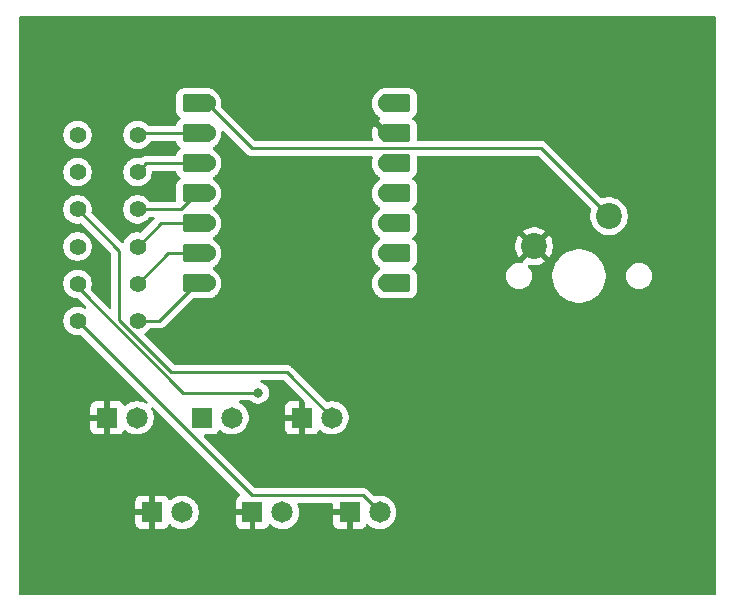
<source format=gbr>
%TF.GenerationSoftware,KiCad,Pcbnew,9.0.3*%
%TF.CreationDate,2025-07-29T19:30:13-04:00*%
%TF.ProjectId,Pathfinder,50617468-6669-46e6-9465-722e6b696361,rev?*%
%TF.SameCoordinates,Original*%
%TF.FileFunction,Copper,L1,Top*%
%TF.FilePolarity,Positive*%
%FSLAX46Y46*%
G04 Gerber Fmt 4.6, Leading zero omitted, Abs format (unit mm)*
G04 Created by KiCad (PCBNEW 9.0.3) date 2025-07-29 19:30:13*
%MOMM*%
%LPD*%
G01*
G04 APERTURE LIST*
G04 Aperture macros list*
%AMRoundRect*
0 Rectangle with rounded corners*
0 $1 Rounding radius*
0 $2 $3 $4 $5 $6 $7 $8 $9 X,Y pos of 4 corners*
0 Add a 4 corners polygon primitive as box body*
4,1,4,$2,$3,$4,$5,$6,$7,$8,$9,$2,$3,0*
0 Add four circle primitives for the rounded corners*
1,1,$1+$1,$2,$3*
1,1,$1+$1,$4,$5*
1,1,$1+$1,$6,$7*
1,1,$1+$1,$8,$9*
0 Add four rect primitives between the rounded corners*
20,1,$1+$1,$2,$3,$4,$5,0*
20,1,$1+$1,$4,$5,$6,$7,0*
20,1,$1+$1,$6,$7,$8,$9,0*
20,1,$1+$1,$8,$9,$2,$3,0*%
G04 Aperture macros list end*
%TA.AperFunction,ComponentPad*%
%ADD10C,1.400000*%
%TD*%
%TA.AperFunction,SMDPad,CuDef*%
%ADD11RoundRect,0.152400X1.063600X0.609600X-1.063600X0.609600X-1.063600X-0.609600X1.063600X-0.609600X0*%
%TD*%
%TA.AperFunction,ComponentPad*%
%ADD12C,1.524000*%
%TD*%
%TA.AperFunction,SMDPad,CuDef*%
%ADD13RoundRect,0.152400X-1.063600X-0.609600X1.063600X-0.609600X1.063600X0.609600X-1.063600X0.609600X0*%
%TD*%
%TA.AperFunction,ComponentPad*%
%ADD14R,1.815000X1.815000*%
%TD*%
%TA.AperFunction,ComponentPad*%
%ADD15C,1.815000*%
%TD*%
%TA.AperFunction,ComponentPad*%
%ADD16C,2.200000*%
%TD*%
%TA.AperFunction,ViaPad*%
%ADD17C,0.800000*%
%TD*%
%TA.AperFunction,Conductor*%
%ADD18C,0.250000*%
%TD*%
G04 APERTURE END LIST*
D10*
%TO.P,R1,1*%
%TO.N,Net-(D1-A)*%
X151960000Y-80050000D03*
%TO.P,R1,2*%
%TO.N,LED1*%
X157040000Y-80050000D03*
%TD*%
D11*
%TO.P,U1,1,GPIO26/ADC0/A0*%
%TO.N,BUTTON*%
X162045000Y-77380000D03*
D12*
X162880000Y-77380000D03*
D11*
%TO.P,U1,2,GPIO27/ADC1/A1*%
%TO.N,LED1*%
X162045000Y-79920000D03*
D12*
X162880000Y-79920000D03*
D11*
%TO.P,U1,3,GPIO28/ADC2/A2*%
%TO.N,LED2*%
X162045000Y-82460000D03*
D12*
X162880000Y-82460000D03*
D11*
%TO.P,U1,4,GPIO29/ADC3/A3*%
%TO.N,LED3*%
X162045000Y-85000000D03*
D12*
X162880000Y-85000000D03*
D11*
%TO.P,U1,5,GPIO6/SDA*%
%TO.N,LED4*%
X162045000Y-87540000D03*
D12*
X162880000Y-87540000D03*
D11*
%TO.P,U1,6,GPIO7/SCL*%
%TO.N,LED5*%
X162045000Y-90080000D03*
D12*
X162880000Y-90080000D03*
D11*
%TO.P,U1,7,GPIO0/TX*%
%TO.N,LED6*%
X162045000Y-92620000D03*
D12*
X162880000Y-92620000D03*
%TO.P,U1,8,GPIO1/RX*%
%TO.N,unconnected-(U1-GPIO1{slash}RX-Pad8)*%
X178120000Y-92620000D03*
D13*
%TO.N,unconnected-(U1-GPIO1{slash}RX-Pad8)_1*%
X178955000Y-92620000D03*
D12*
%TO.P,U1,9,GPIO2/SCK*%
%TO.N,unconnected-(U1-GPIO2{slash}SCK-Pad9)_1*%
X178120000Y-90080000D03*
D13*
%TO.N,unconnected-(U1-GPIO2{slash}SCK-Pad9)*%
X178955000Y-90080000D03*
D12*
%TO.P,U1,10,GPIO4/MISO*%
%TO.N,unconnected-(U1-GPIO4{slash}MISO-Pad10)*%
X178120000Y-87540000D03*
D13*
%TO.N,unconnected-(U1-GPIO4{slash}MISO-Pad10)_1*%
X178955000Y-87540000D03*
D12*
%TO.P,U1,11,GPIO3/MOSI*%
%TO.N,unconnected-(U1-GPIO3{slash}MOSI-Pad11)_1*%
X178120000Y-85000000D03*
D13*
%TO.N,unconnected-(U1-GPIO3{slash}MOSI-Pad11)*%
X178955000Y-85000000D03*
D12*
%TO.P,U1,12,3V3*%
%TO.N,unconnected-(U1-3V3-Pad12)*%
X178120000Y-82460000D03*
D13*
%TO.N,unconnected-(U1-3V3-Pad12)_1*%
X178955000Y-82460000D03*
D12*
%TO.P,U1,13,GND*%
%TO.N,GND*%
X178120000Y-79920000D03*
D13*
X178955000Y-79920000D03*
D12*
%TO.P,U1,14,VBUS*%
%TO.N,unconnected-(U1-VBUS-Pad14)*%
X178120000Y-77380000D03*
D13*
%TO.N,unconnected-(U1-VBUS-Pad14)_1*%
X178955000Y-77380000D03*
%TD*%
D14*
%TO.P,D2,1,K*%
%TO.N,GND*%
X162500000Y-104000000D03*
D15*
%TO.P,D2,2,A*%
%TO.N,Net-(D2-A)*%
X165040000Y-104000000D03*
%TD*%
D10*
%TO.P,R6,1*%
%TO.N,Net-(D6-A)*%
X151960000Y-95800000D03*
%TO.P,R6,2*%
%TO.N,LED6*%
X157040000Y-95800000D03*
%TD*%
%TO.P,R3,1*%
%TO.N,Net-(D3-A)*%
X151960000Y-86350000D03*
%TO.P,R3,2*%
%TO.N,LED3*%
X157040000Y-86350000D03*
%TD*%
D16*
%TO.P,SW1,1,1*%
%TO.N,BUTTON*%
X196960000Y-86920000D03*
%TO.P,SW1,2,2*%
%TO.N,GND*%
X190610000Y-89460000D03*
%TD*%
D14*
%TO.P,D1,1,K*%
%TO.N,GND*%
X154460000Y-104000000D03*
D15*
%TO.P,D1,2,A*%
%TO.N,Net-(D1-A)*%
X157000000Y-104000000D03*
%TD*%
D14*
%TO.P,D3,1,K*%
%TO.N,GND*%
X170960000Y-104000000D03*
D15*
%TO.P,D3,2,A*%
%TO.N,Net-(D3-A)*%
X173500000Y-104000000D03*
%TD*%
D14*
%TO.P,D6,1,K*%
%TO.N,GND*%
X175000000Y-112000000D03*
D15*
%TO.P,D6,2,A*%
%TO.N,Net-(D6-A)*%
X177540000Y-112000000D03*
%TD*%
D14*
%TO.P,D4,1,K*%
%TO.N,GND*%
X158270000Y-112000000D03*
D15*
%TO.P,D4,2,A*%
%TO.N,Net-(D4-A)*%
X160810000Y-112000000D03*
%TD*%
D10*
%TO.P,R5,1*%
%TO.N,Net-(D5-A)*%
X151960000Y-92650000D03*
%TO.P,R5,2*%
%TO.N,LED5*%
X157040000Y-92650000D03*
%TD*%
D14*
%TO.P,D5,1,K*%
%TO.N,GND*%
X166770000Y-112000000D03*
D15*
%TO.P,D5,2,A*%
%TO.N,Net-(D5-A)*%
X169310000Y-112000000D03*
%TD*%
D10*
%TO.P,R2,1*%
%TO.N,Net-(D2-A)*%
X151960000Y-83200000D03*
%TO.P,R2,2*%
%TO.N,LED2*%
X157040000Y-83200000D03*
%TD*%
%TO.P,R4,1*%
%TO.N,Net-(D4-A)*%
X151960000Y-89500000D03*
%TO.P,R4,2*%
%TO.N,LED4*%
X157040000Y-89500000D03*
%TD*%
D17*
%TO.N,Net-(D5-A)*%
X167262000Y-101892000D03*
%TD*%
D18*
%TO.N,LED1*%
X162880000Y-79920000D02*
X162045000Y-79920000D01*
X157170000Y-79920000D02*
X157040000Y-80050000D01*
X162045000Y-79920000D02*
X157170000Y-79920000D01*
%TO.N,LED2*%
X162880000Y-82460000D02*
X162045000Y-82460000D01*
X162045000Y-82460000D02*
X157780000Y-82460000D01*
X157780000Y-82460000D02*
X157040000Y-83200000D01*
%TO.N,Net-(D3-A)*%
X155450000Y-95737000D02*
X155450000Y-89840000D01*
X169653000Y-100153000D02*
X159866000Y-100153000D01*
X159866000Y-100153000D02*
X155450000Y-95737000D01*
X155450000Y-89840000D02*
X151960000Y-86350000D01*
X173500000Y-104000000D02*
X169653000Y-100153000D01*
%TO.N,LED3*%
X157040000Y-86350000D02*
X160695000Y-86350000D01*
X160695000Y-86350000D02*
X162045000Y-85000000D01*
X162045000Y-85000000D02*
X162880000Y-85000000D01*
%TO.N,LED4*%
X162045000Y-87540000D02*
X159000000Y-87540000D01*
X159000000Y-87540000D02*
X157040000Y-89500000D01*
X162880000Y-87540000D02*
X162045000Y-87540000D01*
%TO.N,LED5*%
X162880000Y-90080000D02*
X162045000Y-90080000D01*
X162045000Y-90080000D02*
X159610000Y-90080000D01*
X159610000Y-90080000D02*
X157040000Y-92650000D01*
%TO.N,Net-(D5-A)*%
X151960000Y-92650000D02*
X151960000Y-92949800D01*
X160902000Y-101892000D02*
X167262000Y-101892000D01*
X151960000Y-92949800D02*
X160902000Y-101892000D01*
%TO.N,Net-(D6-A)*%
X151960000Y-95800000D02*
X166736000Y-110576000D01*
X166736000Y-110576000D02*
X176116000Y-110576000D01*
X176116000Y-110576000D02*
X177540000Y-112000000D01*
%TO.N,LED6*%
X158865000Y-95800000D02*
X162045000Y-92620000D01*
X157040000Y-95800000D02*
X158865000Y-95800000D01*
X162880000Y-92620000D02*
X162045000Y-92620000D01*
%TO.N,BUTTON*%
X166690000Y-81190000D02*
X162880000Y-77380000D01*
X162880000Y-77380000D02*
X162045000Y-77380000D01*
X196960000Y-86920000D02*
X191230000Y-81190000D01*
X191230000Y-81190000D02*
X166690000Y-81190000D01*
%TD*%
%TA.AperFunction,Conductor*%
%TO.N,GND*%
G36*
X205943039Y-70019685D02*
G01*
X205988794Y-70072489D01*
X206000000Y-70124000D01*
X206000000Y-118876000D01*
X205980315Y-118943039D01*
X205927511Y-118988794D01*
X205876000Y-119000000D01*
X147124000Y-119000000D01*
X147056961Y-118980315D01*
X147011206Y-118927511D01*
X147000000Y-118876000D01*
X147000000Y-111044655D01*
X156862500Y-111044655D01*
X156862500Y-111750000D01*
X157715743Y-111750000D01*
X157706229Y-111766479D01*
X157665000Y-111920350D01*
X157665000Y-112079650D01*
X157706229Y-112233521D01*
X157715743Y-112250000D01*
X156862500Y-112250000D01*
X156862500Y-112955344D01*
X156868901Y-113014872D01*
X156868903Y-113014879D01*
X156919145Y-113149586D01*
X156919149Y-113149593D01*
X157005309Y-113264687D01*
X157005312Y-113264690D01*
X157120406Y-113350850D01*
X157120413Y-113350854D01*
X157255120Y-113401096D01*
X157255127Y-113401098D01*
X157314655Y-113407499D01*
X157314672Y-113407500D01*
X158020000Y-113407500D01*
X158020000Y-112554256D01*
X158036479Y-112563771D01*
X158190350Y-112605000D01*
X158349650Y-112605000D01*
X158503521Y-112563771D01*
X158520000Y-112554256D01*
X158520000Y-113407500D01*
X159225328Y-113407500D01*
X159225344Y-113407499D01*
X159284872Y-113401098D01*
X159284879Y-113401096D01*
X159419586Y-113350854D01*
X159419593Y-113350850D01*
X159534687Y-113264690D01*
X159534690Y-113264687D01*
X159620850Y-113149593D01*
X159620853Y-113149588D01*
X159647830Y-113077257D01*
X159689701Y-113021322D01*
X159755165Y-112996904D01*
X159823438Y-113011755D01*
X159851694Y-113032907D01*
X159892749Y-113073962D01*
X160072047Y-113204230D01*
X160165344Y-113251767D01*
X160269511Y-113304843D01*
X160269513Y-113304843D01*
X160269516Y-113304845D01*
X160382496Y-113341554D01*
X160480292Y-113373331D01*
X160699183Y-113408000D01*
X160699188Y-113408000D01*
X160920817Y-113408000D01*
X161139707Y-113373331D01*
X161350484Y-113304845D01*
X161547953Y-113204230D01*
X161727251Y-113073962D01*
X161883962Y-112917251D01*
X162014230Y-112737953D01*
X162114845Y-112540484D01*
X162183331Y-112329707D01*
X162207163Y-112179240D01*
X162218000Y-112110817D01*
X162218000Y-111889182D01*
X162183331Y-111670292D01*
X162144330Y-111550260D01*
X162114845Y-111459516D01*
X162114843Y-111459513D01*
X162114843Y-111459511D01*
X162040256Y-111313126D01*
X162014230Y-111262047D01*
X161883962Y-111082749D01*
X161727251Y-110926038D01*
X161547953Y-110795770D01*
X161350488Y-110695156D01*
X161139707Y-110626668D01*
X160920817Y-110592000D01*
X160920812Y-110592000D01*
X160699188Y-110592000D01*
X160699183Y-110592000D01*
X160480292Y-110626668D01*
X160269511Y-110695156D01*
X160072046Y-110795770D01*
X159996835Y-110850415D01*
X159892749Y-110926038D01*
X159892747Y-110926040D01*
X159892745Y-110926041D01*
X159851693Y-110967093D01*
X159790370Y-111000578D01*
X159720678Y-110995592D01*
X159664745Y-110953720D01*
X159647831Y-110922743D01*
X159620855Y-110850415D01*
X159620850Y-110850406D01*
X159534690Y-110735312D01*
X159534687Y-110735309D01*
X159419593Y-110649149D01*
X159419586Y-110649145D01*
X159284879Y-110598903D01*
X159284872Y-110598901D01*
X159225344Y-110592500D01*
X158520000Y-110592500D01*
X158520000Y-111445743D01*
X158503521Y-111436229D01*
X158349650Y-111395000D01*
X158190350Y-111395000D01*
X158036479Y-111436229D01*
X158020000Y-111445743D01*
X158020000Y-110592500D01*
X157314655Y-110592500D01*
X157255127Y-110598901D01*
X157255120Y-110598903D01*
X157120413Y-110649145D01*
X157120406Y-110649149D01*
X157005312Y-110735309D01*
X157005309Y-110735312D01*
X156919149Y-110850406D01*
X156919145Y-110850413D01*
X156868903Y-110985120D01*
X156868901Y-110985127D01*
X156862500Y-111044655D01*
X147000000Y-111044655D01*
X147000000Y-89405513D01*
X150759500Y-89405513D01*
X150759500Y-89594486D01*
X150789059Y-89781118D01*
X150847454Y-89960836D01*
X150917899Y-90099090D01*
X150933240Y-90129199D01*
X151044310Y-90282073D01*
X151177927Y-90415690D01*
X151330801Y-90526760D01*
X151405123Y-90564629D01*
X151499163Y-90612545D01*
X151499165Y-90612545D01*
X151499168Y-90612547D01*
X151595497Y-90643846D01*
X151678881Y-90670940D01*
X151865514Y-90700500D01*
X151865519Y-90700500D01*
X152054486Y-90700500D01*
X152241118Y-90670940D01*
X152420832Y-90612547D01*
X152589199Y-90526760D01*
X152742073Y-90415690D01*
X152875690Y-90282073D01*
X152986760Y-90129199D01*
X153072547Y-89960832D01*
X153130940Y-89781118D01*
X153135948Y-89749500D01*
X153160500Y-89594486D01*
X153160500Y-89405513D01*
X153130940Y-89218881D01*
X153097842Y-89117018D01*
X153072547Y-89039168D01*
X153072545Y-89039165D01*
X153072545Y-89039163D01*
X153004478Y-88905575D01*
X152986760Y-88870801D01*
X152875690Y-88717927D01*
X152742073Y-88584310D01*
X152589199Y-88473240D01*
X152420836Y-88387454D01*
X152241118Y-88329059D01*
X152054486Y-88299500D01*
X152054481Y-88299500D01*
X151865519Y-88299500D01*
X151865514Y-88299500D01*
X151678881Y-88329059D01*
X151499163Y-88387454D01*
X151330800Y-88473240D01*
X151243579Y-88536610D01*
X151177927Y-88584310D01*
X151177925Y-88584312D01*
X151177924Y-88584312D01*
X151044312Y-88717924D01*
X151044312Y-88717925D01*
X151044310Y-88717927D01*
X151031233Y-88735926D01*
X150933240Y-88870800D01*
X150847454Y-89039163D01*
X150789059Y-89218881D01*
X150759500Y-89405513D01*
X147000000Y-89405513D01*
X147000000Y-86255513D01*
X150759500Y-86255513D01*
X150759500Y-86444486D01*
X150789059Y-86631118D01*
X150847454Y-86810836D01*
X150931355Y-86975500D01*
X150933240Y-86979199D01*
X151044310Y-87132073D01*
X151177927Y-87265690D01*
X151330801Y-87376760D01*
X151410347Y-87417290D01*
X151499163Y-87462545D01*
X151499165Y-87462545D01*
X151499168Y-87462547D01*
X151595497Y-87493846D01*
X151678881Y-87520940D01*
X151865514Y-87550500D01*
X151865519Y-87550500D01*
X152054485Y-87550500D01*
X152130788Y-87538414D01*
X152183231Y-87530108D01*
X152252524Y-87539062D01*
X152290310Y-87564900D01*
X154788181Y-90062771D01*
X154821666Y-90124094D01*
X154824500Y-90150452D01*
X154824500Y-94630396D01*
X154804815Y-94697435D01*
X154752011Y-94743190D01*
X154682853Y-94753134D01*
X154619297Y-94724109D01*
X154612818Y-94718076D01*
X153764945Y-93870185D01*
X153109859Y-93215084D01*
X153076376Y-93153763D01*
X153079610Y-93089092D01*
X153130940Y-92931118D01*
X153133392Y-92915636D01*
X153160500Y-92744486D01*
X153160500Y-92555513D01*
X153130940Y-92368881D01*
X153094815Y-92257701D01*
X153072547Y-92189168D01*
X153072545Y-92189165D01*
X153072545Y-92189163D01*
X152986759Y-92020800D01*
X152875690Y-91867927D01*
X152742073Y-91734310D01*
X152589199Y-91623240D01*
X152557436Y-91607056D01*
X152420836Y-91537454D01*
X152241118Y-91479059D01*
X152054486Y-91449500D01*
X152054481Y-91449500D01*
X151865519Y-91449500D01*
X151865514Y-91449500D01*
X151678881Y-91479059D01*
X151499163Y-91537454D01*
X151330800Y-91623240D01*
X151250814Y-91681354D01*
X151177927Y-91734310D01*
X151177925Y-91734312D01*
X151177924Y-91734312D01*
X151044312Y-91867924D01*
X151044312Y-91867925D01*
X151044310Y-91867927D01*
X151015597Y-91907447D01*
X150933240Y-92020800D01*
X150847454Y-92189163D01*
X150789059Y-92368881D01*
X150759500Y-92555513D01*
X150759500Y-92744486D01*
X150789059Y-92931118D01*
X150847454Y-93110836D01*
X150869327Y-93153763D01*
X150933240Y-93279199D01*
X151044310Y-93432073D01*
X151177927Y-93565690D01*
X151330801Y-93676760D01*
X151367867Y-93695646D01*
X151499163Y-93762545D01*
X151499165Y-93762545D01*
X151499168Y-93762547D01*
X151595497Y-93793846D01*
X151678881Y-93820940D01*
X151865514Y-93850500D01*
X151865519Y-93850500D01*
X151924736Y-93850500D01*
X151991775Y-93870185D01*
X152012418Y-93886820D01*
X152666878Y-94541294D01*
X152700362Y-94602617D01*
X152695377Y-94672309D01*
X152653505Y-94728242D01*
X152588041Y-94752658D01*
X152522902Y-94739459D01*
X152420839Y-94687455D01*
X152241118Y-94629059D01*
X152054486Y-94599500D01*
X152054481Y-94599500D01*
X151865519Y-94599500D01*
X151865514Y-94599500D01*
X151678881Y-94629059D01*
X151499163Y-94687454D01*
X151330800Y-94773240D01*
X151250814Y-94831354D01*
X151177927Y-94884310D01*
X151177925Y-94884312D01*
X151177924Y-94884312D01*
X151044312Y-95017924D01*
X151044312Y-95017925D01*
X151044310Y-95017927D01*
X151013405Y-95060464D01*
X150933240Y-95170800D01*
X150847454Y-95339163D01*
X150789059Y-95518881D01*
X150759500Y-95705513D01*
X150759500Y-95894486D01*
X150789059Y-96081118D01*
X150847454Y-96260836D01*
X150895083Y-96354312D01*
X150933240Y-96429199D01*
X151044310Y-96582073D01*
X151177927Y-96715690D01*
X151330801Y-96826760D01*
X151362951Y-96843141D01*
X151499163Y-96912545D01*
X151499165Y-96912545D01*
X151499168Y-96912547D01*
X151595497Y-96943846D01*
X151678881Y-96970940D01*
X151865514Y-97000500D01*
X151865519Y-97000500D01*
X152054485Y-97000500D01*
X152130788Y-96988414D01*
X152183231Y-96980108D01*
X152252524Y-96989062D01*
X152290310Y-97014900D01*
X157863752Y-102588342D01*
X157897237Y-102649665D01*
X157892253Y-102719357D01*
X157850381Y-102775290D01*
X157784917Y-102799707D01*
X157719777Y-102786508D01*
X157540491Y-102695157D01*
X157329707Y-102626668D01*
X157110817Y-102592000D01*
X157110812Y-102592000D01*
X156889188Y-102592000D01*
X156889183Y-102592000D01*
X156670292Y-102626668D01*
X156459511Y-102695156D01*
X156262046Y-102795770D01*
X156186835Y-102850415D01*
X156082749Y-102926038D01*
X156082747Y-102926040D01*
X156082745Y-102926041D01*
X156041693Y-102967093D01*
X155980370Y-103000578D01*
X155910678Y-102995592D01*
X155854745Y-102953720D01*
X155837831Y-102922743D01*
X155810855Y-102850415D01*
X155810850Y-102850406D01*
X155724690Y-102735312D01*
X155724687Y-102735309D01*
X155609593Y-102649149D01*
X155609586Y-102649145D01*
X155474879Y-102598903D01*
X155474872Y-102598901D01*
X155415344Y-102592500D01*
X154710000Y-102592500D01*
X154710000Y-103445743D01*
X154693521Y-103436229D01*
X154539650Y-103395000D01*
X154380350Y-103395000D01*
X154226479Y-103436229D01*
X154210000Y-103445743D01*
X154210000Y-102592500D01*
X153504655Y-102592500D01*
X153445127Y-102598901D01*
X153445120Y-102598903D01*
X153310413Y-102649145D01*
X153310406Y-102649149D01*
X153195312Y-102735309D01*
X153195309Y-102735312D01*
X153109149Y-102850406D01*
X153109145Y-102850413D01*
X153058903Y-102985120D01*
X153058901Y-102985127D01*
X153052500Y-103044655D01*
X153052500Y-103750000D01*
X153905743Y-103750000D01*
X153896229Y-103766479D01*
X153855000Y-103920350D01*
X153855000Y-104079650D01*
X153896229Y-104233521D01*
X153905743Y-104250000D01*
X153052500Y-104250000D01*
X153052500Y-104955344D01*
X153058901Y-105014872D01*
X153058903Y-105014879D01*
X153109145Y-105149586D01*
X153109149Y-105149593D01*
X153195309Y-105264687D01*
X153195312Y-105264690D01*
X153310406Y-105350850D01*
X153310413Y-105350854D01*
X153445120Y-105401096D01*
X153445127Y-105401098D01*
X153504655Y-105407499D01*
X153504672Y-105407500D01*
X154210000Y-105407500D01*
X154210000Y-104554256D01*
X154226479Y-104563771D01*
X154380350Y-104605000D01*
X154539650Y-104605000D01*
X154693521Y-104563771D01*
X154710000Y-104554256D01*
X154710000Y-105407500D01*
X155415328Y-105407500D01*
X155415344Y-105407499D01*
X155474872Y-105401098D01*
X155474879Y-105401096D01*
X155609586Y-105350854D01*
X155609593Y-105350850D01*
X155724687Y-105264690D01*
X155724690Y-105264687D01*
X155810850Y-105149593D01*
X155810853Y-105149588D01*
X155837830Y-105077257D01*
X155879701Y-105021322D01*
X155945165Y-104996904D01*
X156013438Y-105011755D01*
X156041694Y-105032907D01*
X156082749Y-105073962D01*
X156262047Y-105204230D01*
X156355344Y-105251767D01*
X156459511Y-105304843D01*
X156459513Y-105304843D01*
X156459516Y-105304845D01*
X156572496Y-105341554D01*
X156670292Y-105373331D01*
X156889183Y-105408000D01*
X156889188Y-105408000D01*
X157110817Y-105408000D01*
X157329707Y-105373331D01*
X157540484Y-105304845D01*
X157737953Y-105204230D01*
X157917251Y-105073962D01*
X158073962Y-104917251D01*
X158204230Y-104737953D01*
X158304845Y-104540484D01*
X158373331Y-104329707D01*
X158388565Y-104233521D01*
X158408000Y-104110817D01*
X158408000Y-103889182D01*
X158373331Y-103670292D01*
X158334330Y-103550260D01*
X158304845Y-103459516D01*
X158304843Y-103459513D01*
X158304843Y-103459511D01*
X158213491Y-103280223D01*
X158200595Y-103211554D01*
X158226871Y-103146813D01*
X158283978Y-103106556D01*
X158353783Y-103103564D01*
X158411655Y-103136246D01*
X165027682Y-109752273D01*
X165705497Y-110430088D01*
X165738982Y-110491411D01*
X165733998Y-110561103D01*
X165692126Y-110617036D01*
X165661152Y-110633950D01*
X165620414Y-110649145D01*
X165620406Y-110649149D01*
X165505312Y-110735309D01*
X165505309Y-110735312D01*
X165419149Y-110850406D01*
X165419145Y-110850413D01*
X165368903Y-110985120D01*
X165368901Y-110985127D01*
X165362500Y-111044655D01*
X165362500Y-111750000D01*
X166215743Y-111750000D01*
X166206229Y-111766479D01*
X166165000Y-111920350D01*
X166165000Y-112079650D01*
X166206229Y-112233521D01*
X166215743Y-112250000D01*
X165362500Y-112250000D01*
X165362500Y-112955344D01*
X165368901Y-113014872D01*
X165368903Y-113014879D01*
X165419145Y-113149586D01*
X165419149Y-113149593D01*
X165505309Y-113264687D01*
X165505312Y-113264690D01*
X165620406Y-113350850D01*
X165620413Y-113350854D01*
X165755120Y-113401096D01*
X165755127Y-113401098D01*
X165814655Y-113407499D01*
X165814672Y-113407500D01*
X166520000Y-113407500D01*
X166520000Y-112554256D01*
X166536479Y-112563771D01*
X166690350Y-112605000D01*
X166849650Y-112605000D01*
X167003521Y-112563771D01*
X167020000Y-112554256D01*
X167020000Y-113407500D01*
X167725328Y-113407500D01*
X167725344Y-113407499D01*
X167784872Y-113401098D01*
X167784879Y-113401096D01*
X167919586Y-113350854D01*
X167919593Y-113350850D01*
X168034687Y-113264690D01*
X168034690Y-113264687D01*
X168120850Y-113149593D01*
X168120853Y-113149588D01*
X168147830Y-113077257D01*
X168189701Y-113021322D01*
X168255165Y-112996904D01*
X168323438Y-113011755D01*
X168351694Y-113032907D01*
X168392749Y-113073962D01*
X168572047Y-113204230D01*
X168665344Y-113251767D01*
X168769511Y-113304843D01*
X168769513Y-113304843D01*
X168769516Y-113304845D01*
X168882496Y-113341554D01*
X168980292Y-113373331D01*
X169199183Y-113408000D01*
X169199188Y-113408000D01*
X169420817Y-113408000D01*
X169639707Y-113373331D01*
X169850484Y-113304845D01*
X170047953Y-113204230D01*
X170227251Y-113073962D01*
X170383962Y-112917251D01*
X170514230Y-112737953D01*
X170614845Y-112540484D01*
X170683331Y-112329707D01*
X170707163Y-112179240D01*
X170718000Y-112110817D01*
X170718000Y-111889182D01*
X170683331Y-111670292D01*
X170644330Y-111550260D01*
X170614845Y-111459516D01*
X170614843Y-111459513D01*
X170614843Y-111459511D01*
X170590999Y-111412715D01*
X170575243Y-111381793D01*
X170562348Y-111313126D01*
X170588624Y-111248385D01*
X170645730Y-111208128D01*
X170685729Y-111201500D01*
X173468500Y-111201500D01*
X173535539Y-111221185D01*
X173581294Y-111273989D01*
X173592500Y-111325500D01*
X173592500Y-111750000D01*
X174445743Y-111750000D01*
X174436229Y-111766479D01*
X174395000Y-111920350D01*
X174395000Y-112079650D01*
X174436229Y-112233521D01*
X174445743Y-112250000D01*
X173592500Y-112250000D01*
X173592500Y-112955344D01*
X173598901Y-113014872D01*
X173598903Y-113014879D01*
X173649145Y-113149586D01*
X173649149Y-113149593D01*
X173735309Y-113264687D01*
X173735312Y-113264690D01*
X173850406Y-113350850D01*
X173850413Y-113350854D01*
X173985120Y-113401096D01*
X173985127Y-113401098D01*
X174044655Y-113407499D01*
X174044672Y-113407500D01*
X174750000Y-113407500D01*
X174750000Y-112554256D01*
X174766479Y-112563771D01*
X174920350Y-112605000D01*
X175079650Y-112605000D01*
X175233521Y-112563771D01*
X175250000Y-112554256D01*
X175250000Y-113407500D01*
X175955328Y-113407500D01*
X175955344Y-113407499D01*
X176014872Y-113401098D01*
X176014879Y-113401096D01*
X176149586Y-113350854D01*
X176149593Y-113350850D01*
X176264687Y-113264690D01*
X176264690Y-113264687D01*
X176350850Y-113149593D01*
X176350853Y-113149588D01*
X176377830Y-113077257D01*
X176419701Y-113021322D01*
X176485165Y-112996904D01*
X176553438Y-113011755D01*
X176581694Y-113032907D01*
X176622749Y-113073962D01*
X176802047Y-113204230D01*
X176895344Y-113251767D01*
X176999511Y-113304843D01*
X176999513Y-113304843D01*
X176999516Y-113304845D01*
X177112496Y-113341554D01*
X177210292Y-113373331D01*
X177429183Y-113408000D01*
X177429188Y-113408000D01*
X177650817Y-113408000D01*
X177869707Y-113373331D01*
X178080484Y-113304845D01*
X178277953Y-113204230D01*
X178457251Y-113073962D01*
X178613962Y-112917251D01*
X178744230Y-112737953D01*
X178844845Y-112540484D01*
X178913331Y-112329707D01*
X178928565Y-112233521D01*
X178948000Y-112110817D01*
X178948000Y-111889182D01*
X178913331Y-111670292D01*
X178874330Y-111550260D01*
X178844845Y-111459516D01*
X178844843Y-111459513D01*
X178844843Y-111459511D01*
X178770256Y-111313126D01*
X178744230Y-111262047D01*
X178613962Y-111082749D01*
X178457251Y-110926038D01*
X178277953Y-110795770D01*
X178080488Y-110695156D01*
X177869707Y-110626668D01*
X177650817Y-110592000D01*
X177650812Y-110592000D01*
X177429188Y-110592000D01*
X177429183Y-110592000D01*
X177210293Y-110626668D01*
X177162525Y-110642189D01*
X177092684Y-110644183D01*
X177036528Y-110611938D01*
X176609150Y-110184560D01*
X176601860Y-110177270D01*
X176601858Y-110177267D01*
X176514733Y-110090142D01*
X176463509Y-110055915D01*
X176412286Y-110021688D01*
X176412283Y-110021686D01*
X176412280Y-110021685D01*
X176338603Y-109991168D01*
X176338601Y-109991167D01*
X176331792Y-109988347D01*
X176298452Y-109974537D01*
X176238029Y-109962518D01*
X176233306Y-109961578D01*
X176233304Y-109961578D01*
X176177610Y-109950500D01*
X176177607Y-109950500D01*
X176177606Y-109950500D01*
X167046453Y-109950500D01*
X166979414Y-109930815D01*
X166958772Y-109914181D01*
X162663772Y-105619181D01*
X162630287Y-105557858D01*
X162635271Y-105488166D01*
X162677143Y-105432233D01*
X162742607Y-105407816D01*
X162751453Y-105407500D01*
X163455328Y-105407500D01*
X163455344Y-105407499D01*
X163514872Y-105401098D01*
X163514879Y-105401096D01*
X163649586Y-105350854D01*
X163649593Y-105350850D01*
X163764687Y-105264690D01*
X163764690Y-105264687D01*
X163850850Y-105149593D01*
X163850853Y-105149588D01*
X163877830Y-105077257D01*
X163919701Y-105021322D01*
X163985165Y-104996904D01*
X164053438Y-105011755D01*
X164081694Y-105032907D01*
X164122749Y-105073962D01*
X164302047Y-105204230D01*
X164395344Y-105251767D01*
X164499511Y-105304843D01*
X164499513Y-105304843D01*
X164499516Y-105304845D01*
X164612496Y-105341554D01*
X164710292Y-105373331D01*
X164929183Y-105408000D01*
X164929188Y-105408000D01*
X165150817Y-105408000D01*
X165369707Y-105373331D01*
X165580484Y-105304845D01*
X165777953Y-105204230D01*
X165957251Y-105073962D01*
X166113962Y-104917251D01*
X166244230Y-104737953D01*
X166344845Y-104540484D01*
X166413331Y-104329707D01*
X166437163Y-104179240D01*
X166448000Y-104110817D01*
X166448000Y-103889182D01*
X166413331Y-103670292D01*
X166374330Y-103550260D01*
X166344845Y-103459516D01*
X166344843Y-103459513D01*
X166344843Y-103459511D01*
X166244229Y-103262046D01*
X166113962Y-103082749D01*
X165957251Y-102926038D01*
X165777953Y-102795770D01*
X165692020Y-102751985D01*
X165641224Y-102704010D01*
X165624429Y-102636189D01*
X165646966Y-102570054D01*
X165701682Y-102526603D01*
X165748315Y-102517500D01*
X166562639Y-102517500D01*
X166629678Y-102537185D01*
X166650321Y-102553820D01*
X166687961Y-102591461D01*
X166687965Y-102591464D01*
X166835446Y-102690009D01*
X166835459Y-102690016D01*
X166930014Y-102729181D01*
X166999334Y-102757894D01*
X166999336Y-102757894D01*
X166999341Y-102757896D01*
X167173304Y-102792499D01*
X167173307Y-102792500D01*
X167173309Y-102792500D01*
X167350693Y-102792500D01*
X167350694Y-102792499D01*
X167437211Y-102775290D01*
X167524658Y-102757896D01*
X167524661Y-102757894D01*
X167524666Y-102757894D01*
X167688547Y-102690013D01*
X167836035Y-102591464D01*
X167961464Y-102466035D01*
X168060013Y-102318547D01*
X168127894Y-102154666D01*
X168162500Y-101980691D01*
X168162500Y-101803309D01*
X168162500Y-101803306D01*
X168162499Y-101803304D01*
X168127896Y-101629341D01*
X168127893Y-101629332D01*
X168060016Y-101465459D01*
X168060009Y-101465446D01*
X167961464Y-101317965D01*
X167961461Y-101317961D01*
X167836038Y-101192538D01*
X167836034Y-101192535D01*
X167688553Y-101093990D01*
X167688540Y-101093983D01*
X167524667Y-101026106D01*
X167524658Y-101026103D01*
X167514669Y-101024117D01*
X167452758Y-100991732D01*
X167418184Y-100931017D01*
X167421923Y-100861247D01*
X167462789Y-100804575D01*
X167527808Y-100778994D01*
X167538860Y-100778500D01*
X169342548Y-100778500D01*
X169409587Y-100798185D01*
X169430229Y-100814819D01*
X171173681Y-102558271D01*
X171207166Y-102619594D01*
X171210000Y-102645952D01*
X171210000Y-103445743D01*
X171193521Y-103436229D01*
X171039650Y-103395000D01*
X170880350Y-103395000D01*
X170726479Y-103436229D01*
X170710000Y-103445743D01*
X170710000Y-102592500D01*
X170004655Y-102592500D01*
X169945127Y-102598901D01*
X169945120Y-102598903D01*
X169810413Y-102649145D01*
X169810406Y-102649149D01*
X169695312Y-102735309D01*
X169695309Y-102735312D01*
X169609149Y-102850406D01*
X169609145Y-102850413D01*
X169558903Y-102985120D01*
X169558901Y-102985127D01*
X169552500Y-103044655D01*
X169552500Y-103750000D01*
X170405743Y-103750000D01*
X170396229Y-103766479D01*
X170355000Y-103920350D01*
X170355000Y-104079650D01*
X170396229Y-104233521D01*
X170405743Y-104250000D01*
X169552500Y-104250000D01*
X169552500Y-104955344D01*
X169558901Y-105014872D01*
X169558903Y-105014879D01*
X169609145Y-105149586D01*
X169609149Y-105149593D01*
X169695309Y-105264687D01*
X169695312Y-105264690D01*
X169810406Y-105350850D01*
X169810413Y-105350854D01*
X169945120Y-105401096D01*
X169945127Y-105401098D01*
X170004655Y-105407499D01*
X170004672Y-105407500D01*
X170710000Y-105407500D01*
X170710000Y-104554256D01*
X170726479Y-104563771D01*
X170880350Y-104605000D01*
X171039650Y-104605000D01*
X171193521Y-104563771D01*
X171210000Y-104554256D01*
X171210000Y-105407500D01*
X171915328Y-105407500D01*
X171915344Y-105407499D01*
X171974872Y-105401098D01*
X171974879Y-105401096D01*
X172109586Y-105350854D01*
X172109593Y-105350850D01*
X172224687Y-105264690D01*
X172224690Y-105264687D01*
X172310850Y-105149593D01*
X172310853Y-105149588D01*
X172337830Y-105077257D01*
X172379701Y-105021322D01*
X172445165Y-104996904D01*
X172513438Y-105011755D01*
X172541694Y-105032907D01*
X172582749Y-105073962D01*
X172762047Y-105204230D01*
X172855344Y-105251767D01*
X172959511Y-105304843D01*
X172959513Y-105304843D01*
X172959516Y-105304845D01*
X173072496Y-105341554D01*
X173170292Y-105373331D01*
X173389183Y-105408000D01*
X173389188Y-105408000D01*
X173610817Y-105408000D01*
X173829707Y-105373331D01*
X174040484Y-105304845D01*
X174237953Y-105204230D01*
X174417251Y-105073962D01*
X174573962Y-104917251D01*
X174704230Y-104737953D01*
X174804845Y-104540484D01*
X174873331Y-104329707D01*
X174888565Y-104233521D01*
X174908000Y-104110817D01*
X174908000Y-103889182D01*
X174873331Y-103670292D01*
X174834330Y-103550260D01*
X174804845Y-103459516D01*
X174804843Y-103459513D01*
X174804843Y-103459511D01*
X174704229Y-103262046D01*
X174573962Y-103082749D01*
X174417251Y-102926038D01*
X174237953Y-102795770D01*
X174197759Y-102775290D01*
X174040488Y-102695156D01*
X173829707Y-102626668D01*
X173610817Y-102592000D01*
X173610812Y-102592000D01*
X173389188Y-102592000D01*
X173389183Y-102592000D01*
X173170293Y-102626668D01*
X173122525Y-102642189D01*
X173052684Y-102644183D01*
X172996528Y-102611938D01*
X170148822Y-99764232D01*
X170138859Y-99754269D01*
X170138858Y-99754267D01*
X170051733Y-99667142D01*
X170000509Y-99632915D01*
X169949286Y-99598688D01*
X169949283Y-99598686D01*
X169949280Y-99598685D01*
X169875603Y-99568168D01*
X169875601Y-99568167D01*
X169868792Y-99565347D01*
X169835452Y-99551537D01*
X169775029Y-99539518D01*
X169770306Y-99538578D01*
X169770304Y-99538578D01*
X169714610Y-99527500D01*
X169714607Y-99527500D01*
X169714606Y-99527500D01*
X160176452Y-99527500D01*
X160109413Y-99507815D01*
X160088771Y-99491181D01*
X157627679Y-97030089D01*
X157594194Y-96968766D01*
X157599178Y-96899074D01*
X157641050Y-96843141D01*
X157659062Y-96831924D01*
X157669199Y-96826760D01*
X157822073Y-96715690D01*
X157955690Y-96582073D01*
X158032311Y-96476612D01*
X158087640Y-96433949D01*
X158132628Y-96425500D01*
X158926607Y-96425500D01*
X158987029Y-96413481D01*
X159047452Y-96401463D01*
X159080792Y-96387652D01*
X159161286Y-96354312D01*
X159212509Y-96320084D01*
X159263733Y-96285858D01*
X159350858Y-96198733D01*
X159350859Y-96198731D01*
X159357925Y-96191665D01*
X159357927Y-96191661D01*
X161630771Y-93918819D01*
X161692094Y-93885334D01*
X161718452Y-93882500D01*
X163174526Y-93882500D01*
X163174534Y-93882500D01*
X163211548Y-93879587D01*
X163211550Y-93879586D01*
X163211552Y-93879586D01*
X163311665Y-93850500D01*
X163369959Y-93833564D01*
X163511947Y-93749592D01*
X163608148Y-93653389D01*
X163622939Y-93640758D01*
X163702464Y-93582981D01*
X163842981Y-93442464D01*
X163959787Y-93281694D01*
X164050005Y-93104632D01*
X164111413Y-92915636D01*
X164142500Y-92719361D01*
X164142500Y-92520639D01*
X164111413Y-92324364D01*
X164050005Y-92135368D01*
X164050005Y-92135367D01*
X163959786Y-91958305D01*
X163842981Y-91797536D01*
X163702464Y-91657019D01*
X163622937Y-91599239D01*
X163616175Y-91593960D01*
X163612000Y-91590461D01*
X163511947Y-91490408D01*
X163446259Y-91451560D01*
X163438477Y-91445038D01*
X163424510Y-91424073D01*
X163407321Y-91405663D01*
X163405471Y-91395492D01*
X163399740Y-91386890D01*
X163399324Y-91361702D01*
X163394817Y-91336921D01*
X163398758Y-91327366D01*
X163398588Y-91317030D01*
X163411856Y-91295616D01*
X163421462Y-91272332D01*
X163431874Y-91263309D01*
X163435389Y-91257638D01*
X163442127Y-91254425D01*
X163455004Y-91243268D01*
X163476526Y-91230540D01*
X163511947Y-91209592D01*
X163608148Y-91113389D01*
X163622939Y-91100758D01*
X163702464Y-91042981D01*
X163842981Y-90902464D01*
X163959787Y-90741694D01*
X164050005Y-90564632D01*
X164111413Y-90375636D01*
X164142500Y-90179361D01*
X164142500Y-89980639D01*
X164111413Y-89784364D01*
X164050005Y-89595368D01*
X164050005Y-89595367D01*
X163984352Y-89466518D01*
X163959787Y-89418306D01*
X163842981Y-89257536D01*
X163702464Y-89117019D01*
X163687911Y-89106446D01*
X163622938Y-89059240D01*
X163616175Y-89053960D01*
X163612000Y-89050461D01*
X163511947Y-88950408D01*
X163446259Y-88911560D01*
X163438477Y-88905038D01*
X163424510Y-88884073D01*
X163407321Y-88865663D01*
X163405471Y-88855492D01*
X163399740Y-88846890D01*
X163399324Y-88821702D01*
X163394817Y-88796921D01*
X163398758Y-88787366D01*
X163398588Y-88777030D01*
X163411856Y-88755616D01*
X163421462Y-88732332D01*
X163431874Y-88723309D01*
X163435389Y-88717638D01*
X163442127Y-88714425D01*
X163455004Y-88703268D01*
X163511947Y-88669592D01*
X163608148Y-88573389D01*
X163622939Y-88560758D01*
X163702464Y-88502981D01*
X163842981Y-88362464D01*
X163959787Y-88201694D01*
X164050005Y-88024632D01*
X164111413Y-87835636D01*
X164142500Y-87639361D01*
X164142500Y-87440639D01*
X164111413Y-87244364D01*
X164050005Y-87055368D01*
X164050005Y-87055367D01*
X163959786Y-86878305D01*
X163842981Y-86717536D01*
X163702464Y-86577019D01*
X163658689Y-86545215D01*
X163622938Y-86519240D01*
X163616175Y-86513960D01*
X163612000Y-86510461D01*
X163511947Y-86410408D01*
X163446259Y-86371560D01*
X163438477Y-86365038D01*
X163424510Y-86344073D01*
X163407321Y-86325663D01*
X163405471Y-86315492D01*
X163399740Y-86306890D01*
X163399324Y-86281702D01*
X163394817Y-86256921D01*
X163398758Y-86247366D01*
X163398588Y-86237030D01*
X163411856Y-86215616D01*
X163421462Y-86192332D01*
X163431874Y-86183309D01*
X163435389Y-86177638D01*
X163442127Y-86174425D01*
X163455004Y-86163268D01*
X163511947Y-86129592D01*
X163608148Y-86033389D01*
X163622939Y-86020758D01*
X163702464Y-85962981D01*
X163842981Y-85822464D01*
X163959787Y-85661694D01*
X164050005Y-85484632D01*
X164111413Y-85295636D01*
X164142500Y-85099361D01*
X164142500Y-84900639D01*
X164111413Y-84704364D01*
X164050005Y-84515368D01*
X164050005Y-84515367D01*
X164004035Y-84425149D01*
X163959787Y-84338306D01*
X163842981Y-84177536D01*
X163702464Y-84037019D01*
X163622937Y-83979239D01*
X163616175Y-83973960D01*
X163612000Y-83970461D01*
X163511947Y-83870408D01*
X163446259Y-83831560D01*
X163438477Y-83825038D01*
X163424510Y-83804073D01*
X163407321Y-83785663D01*
X163405471Y-83775492D01*
X163399740Y-83766890D01*
X163399324Y-83741702D01*
X163394817Y-83716921D01*
X163398758Y-83707366D01*
X163398588Y-83697030D01*
X163411856Y-83675616D01*
X163421462Y-83652332D01*
X163431874Y-83643309D01*
X163435389Y-83637638D01*
X163442127Y-83634425D01*
X163455004Y-83623268D01*
X163511947Y-83589592D01*
X163608148Y-83493389D01*
X163622939Y-83480758D01*
X163702464Y-83422981D01*
X163842981Y-83282464D01*
X163959787Y-83121694D01*
X164050005Y-82944632D01*
X164111413Y-82755636D01*
X164142500Y-82559361D01*
X164142500Y-82360639D01*
X164111413Y-82164364D01*
X164067867Y-82030342D01*
X164050006Y-81975370D01*
X164050005Y-81975367D01*
X163977560Y-81833187D01*
X163959787Y-81798306D01*
X163842981Y-81637536D01*
X163702464Y-81497019D01*
X163622938Y-81439240D01*
X163616175Y-81433960D01*
X163612000Y-81430461D01*
X163511947Y-81330408D01*
X163446259Y-81291560D01*
X163438477Y-81285038D01*
X163424510Y-81264073D01*
X163407321Y-81245663D01*
X163405471Y-81235492D01*
X163399740Y-81226890D01*
X163399324Y-81201702D01*
X163394817Y-81176921D01*
X163398758Y-81167366D01*
X163398588Y-81157030D01*
X163411856Y-81135616D01*
X163421462Y-81112332D01*
X163431874Y-81103309D01*
X163435389Y-81097638D01*
X163442127Y-81094425D01*
X163455004Y-81083268D01*
X163511947Y-81049592D01*
X163608148Y-80953389D01*
X163622939Y-80940758D01*
X163702464Y-80882981D01*
X163842981Y-80742464D01*
X163959787Y-80581694D01*
X164050005Y-80404632D01*
X164111413Y-80215636D01*
X164142500Y-80019361D01*
X164142500Y-79826452D01*
X164162185Y-79759413D01*
X164214989Y-79713658D01*
X164284147Y-79703714D01*
X164347703Y-79732739D01*
X164354181Y-79738771D01*
X166291263Y-81675855D01*
X166291267Y-81675858D01*
X166393710Y-81744309D01*
X166393711Y-81744309D01*
X166393715Y-81744312D01*
X166460397Y-81771932D01*
X166507548Y-81791463D01*
X166527597Y-81795451D01*
X166592624Y-81808385D01*
X166628392Y-81815501D01*
X166628394Y-81815501D01*
X166757721Y-81815501D01*
X166757741Y-81815500D01*
X176831268Y-81815500D01*
X176898307Y-81835185D01*
X176944062Y-81887989D01*
X176954006Y-81957147D01*
X176949199Y-81977818D01*
X176888587Y-82164362D01*
X176857500Y-82360639D01*
X176857500Y-82559360D01*
X176888587Y-82755637D01*
X176949993Y-82944629D01*
X176949994Y-82944632D01*
X177021771Y-83085500D01*
X177040213Y-83121694D01*
X177157019Y-83282464D01*
X177157021Y-83282466D01*
X177297539Y-83422984D01*
X177377060Y-83480758D01*
X177383824Y-83486039D01*
X177387998Y-83489537D01*
X177488053Y-83589592D01*
X177553737Y-83628437D01*
X177561522Y-83634962D01*
X177575488Y-83655926D01*
X177592679Y-83674338D01*
X177594528Y-83684506D01*
X177600260Y-83693110D01*
X177600674Y-83718297D01*
X177605182Y-83743079D01*
X177601239Y-83752634D01*
X177601410Y-83762970D01*
X177588143Y-83784381D01*
X177578536Y-83807669D01*
X177568122Y-83816692D01*
X177564609Y-83822363D01*
X177557871Y-83825575D01*
X177544996Y-83836732D01*
X177488053Y-83870408D01*
X177488046Y-83870413D01*
X177391854Y-83966604D01*
X177377061Y-83979239D01*
X177297536Y-84037018D01*
X177157021Y-84177533D01*
X177040213Y-84338305D01*
X176949994Y-84515367D01*
X176949993Y-84515370D01*
X176888587Y-84704362D01*
X176857500Y-84900639D01*
X176857500Y-85099360D01*
X176888587Y-85295637D01*
X176949993Y-85484629D01*
X176949994Y-85484632D01*
X176992435Y-85567925D01*
X177040213Y-85661694D01*
X177157019Y-85822464D01*
X177157021Y-85822466D01*
X177297539Y-85962984D01*
X177377060Y-86020758D01*
X177383824Y-86026039D01*
X177387998Y-86029537D01*
X177488053Y-86129592D01*
X177553737Y-86168437D01*
X177561522Y-86174962D01*
X177575488Y-86195926D01*
X177592679Y-86214338D01*
X177594528Y-86224506D01*
X177600260Y-86233110D01*
X177600674Y-86258297D01*
X177605182Y-86283079D01*
X177601239Y-86292634D01*
X177601410Y-86302970D01*
X177588143Y-86324381D01*
X177578536Y-86347669D01*
X177568122Y-86356692D01*
X177564609Y-86362363D01*
X177557871Y-86365575D01*
X177544996Y-86376732D01*
X177488053Y-86410408D01*
X177488046Y-86410413D01*
X177391854Y-86506604D01*
X177377061Y-86519239D01*
X177297536Y-86577018D01*
X177157021Y-86717533D01*
X177040213Y-86878305D01*
X176949994Y-87055367D01*
X176949993Y-87055370D01*
X176888587Y-87244362D01*
X176857500Y-87440639D01*
X176857500Y-87639360D01*
X176888587Y-87835637D01*
X176949993Y-88024629D01*
X176949994Y-88024632D01*
X177027556Y-88176853D01*
X177040213Y-88201694D01*
X177157019Y-88362464D01*
X177157021Y-88362466D01*
X177297539Y-88502984D01*
X177377060Y-88560758D01*
X177383824Y-88566039D01*
X177387998Y-88569537D01*
X177488053Y-88669592D01*
X177553737Y-88708437D01*
X177561522Y-88714962D01*
X177575488Y-88735926D01*
X177592679Y-88754338D01*
X177594528Y-88764506D01*
X177600260Y-88773110D01*
X177600674Y-88798297D01*
X177605182Y-88823079D01*
X177601239Y-88832634D01*
X177601410Y-88842970D01*
X177588143Y-88864381D01*
X177578536Y-88887669D01*
X177568122Y-88896692D01*
X177564609Y-88902363D01*
X177557871Y-88905575D01*
X177544996Y-88916732D01*
X177488053Y-88950408D01*
X177488046Y-88950413D01*
X177391854Y-89046604D01*
X177377061Y-89059239D01*
X177297536Y-89117018D01*
X177157021Y-89257533D01*
X177040213Y-89418305D01*
X176949994Y-89595367D01*
X176949993Y-89595370D01*
X176888587Y-89784362D01*
X176857500Y-89980639D01*
X176857500Y-90179360D01*
X176888587Y-90375637D01*
X176949993Y-90564629D01*
X176949994Y-90564632D01*
X177021771Y-90705500D01*
X177040213Y-90741694D01*
X177157019Y-90902464D01*
X177157021Y-90902466D01*
X177297539Y-91042984D01*
X177377060Y-91100758D01*
X177383824Y-91106039D01*
X177387998Y-91109537D01*
X177488053Y-91209592D01*
X177553737Y-91248437D01*
X177561522Y-91254962D01*
X177575488Y-91275926D01*
X177592679Y-91294338D01*
X177594528Y-91304506D01*
X177600260Y-91313110D01*
X177600674Y-91338297D01*
X177605182Y-91363079D01*
X177601239Y-91372634D01*
X177601410Y-91382970D01*
X177588143Y-91404381D01*
X177578536Y-91427669D01*
X177568122Y-91436692D01*
X177564609Y-91442363D01*
X177557871Y-91445575D01*
X177544996Y-91456732D01*
X177488053Y-91490408D01*
X177488046Y-91490413D01*
X177391854Y-91586604D01*
X177377061Y-91599239D01*
X177297536Y-91657018D01*
X177157021Y-91797533D01*
X177040213Y-91958305D01*
X176949994Y-92135367D01*
X176949993Y-92135370D01*
X176888587Y-92324362D01*
X176870273Y-92439993D01*
X176857500Y-92520639D01*
X176857500Y-92719361D01*
X176873043Y-92817498D01*
X176888587Y-92915637D01*
X176949993Y-93104629D01*
X176949994Y-93104632D01*
X177038942Y-93279199D01*
X177040213Y-93281694D01*
X177157019Y-93442464D01*
X177157021Y-93442466D01*
X177297539Y-93582984D01*
X177377060Y-93640758D01*
X177391851Y-93653390D01*
X177488053Y-93749592D01*
X177488054Y-93749593D01*
X177488056Y-93749594D01*
X177527287Y-93772795D01*
X177630041Y-93833564D01*
X177671816Y-93845701D01*
X177788447Y-93879586D01*
X177788450Y-93879586D01*
X177788452Y-93879587D01*
X177825466Y-93882500D01*
X177825474Y-93882500D01*
X180084526Y-93882500D01*
X180084534Y-93882500D01*
X180121548Y-93879587D01*
X180121550Y-93879586D01*
X180121552Y-93879586D01*
X180221665Y-93850500D01*
X180279959Y-93833564D01*
X180421947Y-93749592D01*
X180538592Y-93632947D01*
X180622564Y-93490959D01*
X180668587Y-93332548D01*
X180671500Y-93295534D01*
X180671500Y-91944466D01*
X180669054Y-91913389D01*
X188239500Y-91913389D01*
X188239500Y-92086610D01*
X188255742Y-92189163D01*
X188266598Y-92257701D01*
X188320127Y-92422445D01*
X188398768Y-92576788D01*
X188500586Y-92716928D01*
X188623072Y-92839414D01*
X188763212Y-92941232D01*
X188917555Y-93019873D01*
X189082299Y-93073402D01*
X189253389Y-93100500D01*
X189253390Y-93100500D01*
X189426610Y-93100500D01*
X189426611Y-93100500D01*
X189597701Y-93073402D01*
X189762445Y-93019873D01*
X189916788Y-92941232D01*
X190056928Y-92839414D01*
X190179414Y-92716928D01*
X190281232Y-92576788D01*
X190359873Y-92422445D01*
X190413402Y-92257701D01*
X190440500Y-92086611D01*
X190440500Y-91913389D01*
X190430854Y-91852486D01*
X192169500Y-91852486D01*
X192169500Y-92147513D01*
X192192784Y-92324364D01*
X192208007Y-92439993D01*
X192282212Y-92716930D01*
X192284361Y-92724951D01*
X192284364Y-92724961D01*
X192397254Y-92997500D01*
X192397258Y-92997510D01*
X192544761Y-93252993D01*
X192724352Y-93487040D01*
X192724358Y-93487047D01*
X192932952Y-93695641D01*
X192932959Y-93695647D01*
X193167006Y-93875238D01*
X193422489Y-94022741D01*
X193422490Y-94022741D01*
X193422493Y-94022743D01*
X193695048Y-94135639D01*
X193980007Y-94211993D01*
X194272494Y-94250500D01*
X194272501Y-94250500D01*
X194567499Y-94250500D01*
X194567506Y-94250500D01*
X194859993Y-94211993D01*
X195144952Y-94135639D01*
X195417507Y-94022743D01*
X195672994Y-93875238D01*
X195907042Y-93695646D01*
X196115646Y-93487042D01*
X196295238Y-93252994D01*
X196442743Y-92997507D01*
X196555639Y-92724952D01*
X196631993Y-92439993D01*
X196670500Y-92147506D01*
X196670500Y-91913389D01*
X198399500Y-91913389D01*
X198399500Y-92086610D01*
X198415742Y-92189163D01*
X198426598Y-92257701D01*
X198480127Y-92422445D01*
X198558768Y-92576788D01*
X198660586Y-92716928D01*
X198783072Y-92839414D01*
X198923212Y-92941232D01*
X199077555Y-93019873D01*
X199242299Y-93073402D01*
X199413389Y-93100500D01*
X199413390Y-93100500D01*
X199586610Y-93100500D01*
X199586611Y-93100500D01*
X199757701Y-93073402D01*
X199922445Y-93019873D01*
X200076788Y-92941232D01*
X200216928Y-92839414D01*
X200339414Y-92716928D01*
X200441232Y-92576788D01*
X200519873Y-92422445D01*
X200573402Y-92257701D01*
X200600500Y-92086611D01*
X200600500Y-91913389D01*
X200573402Y-91742299D01*
X200519873Y-91577555D01*
X200441232Y-91423212D01*
X200339414Y-91283072D01*
X200216928Y-91160586D01*
X200076788Y-91058768D01*
X199922445Y-90980127D01*
X199757701Y-90926598D01*
X199757699Y-90926597D01*
X199757698Y-90926597D01*
X199626271Y-90905781D01*
X199586611Y-90899500D01*
X199413389Y-90899500D01*
X199373728Y-90905781D01*
X199242302Y-90926597D01*
X199077552Y-90980128D01*
X198923211Y-91058768D01*
X198848023Y-91113396D01*
X198783072Y-91160586D01*
X198783070Y-91160588D01*
X198783069Y-91160588D01*
X198660588Y-91283069D01*
X198660588Y-91283070D01*
X198660586Y-91283072D01*
X198621462Y-91336921D01*
X198558768Y-91423211D01*
X198480128Y-91577552D01*
X198426597Y-91742302D01*
X198399500Y-91913389D01*
X196670500Y-91913389D01*
X196670500Y-91852494D01*
X196631993Y-91560007D01*
X196555639Y-91275048D01*
X196442743Y-91002493D01*
X196392604Y-90915650D01*
X196295238Y-90747006D01*
X196115647Y-90512959D01*
X196115641Y-90512952D01*
X195907047Y-90304358D01*
X195907040Y-90304352D01*
X195672993Y-90124761D01*
X195417510Y-89977258D01*
X195417500Y-89977254D01*
X195144961Y-89864364D01*
X195144954Y-89864362D01*
X195144952Y-89864361D01*
X194859993Y-89788007D01*
X194807666Y-89781118D01*
X194567513Y-89749500D01*
X194567506Y-89749500D01*
X194272494Y-89749500D01*
X194272486Y-89749500D01*
X194007693Y-89784362D01*
X193980007Y-89788007D01*
X193805861Y-89834669D01*
X193695048Y-89864361D01*
X193695038Y-89864364D01*
X193422499Y-89977254D01*
X193422489Y-89977258D01*
X193167006Y-90124761D01*
X192932959Y-90304352D01*
X192932952Y-90304358D01*
X192724358Y-90512952D01*
X192724352Y-90512959D01*
X192544761Y-90747006D01*
X192397258Y-91002489D01*
X192397254Y-91002499D01*
X192284364Y-91275038D01*
X192284361Y-91275048D01*
X192226657Y-91490406D01*
X192208008Y-91560004D01*
X192208006Y-91560015D01*
X192169500Y-91852486D01*
X190430854Y-91852486D01*
X190413402Y-91742299D01*
X190359873Y-91577555D01*
X190281232Y-91423212D01*
X190179414Y-91283072D01*
X190126882Y-91230540D01*
X190093397Y-91169217D01*
X190098381Y-91099525D01*
X190140253Y-91043592D01*
X190205717Y-91019175D01*
X190233961Y-91020386D01*
X190484072Y-91060000D01*
X190735928Y-91060000D01*
X190984669Y-91020602D01*
X191224184Y-90942780D01*
X191448575Y-90828446D01*
X191448581Y-90828442D01*
X191550697Y-90754250D01*
X191550698Y-90754250D01*
X190934025Y-90137578D01*
X190965258Y-90124641D01*
X191088097Y-90042563D01*
X191192563Y-89938097D01*
X191274641Y-89815258D01*
X191287577Y-89784025D01*
X191904250Y-90400698D01*
X191904250Y-90400697D01*
X191978442Y-90298581D01*
X191978446Y-90298575D01*
X192092780Y-90074184D01*
X192170602Y-89834669D01*
X192210000Y-89585928D01*
X192210000Y-89334071D01*
X192170602Y-89085330D01*
X192092780Y-88845815D01*
X191978442Y-88621416D01*
X191904250Y-88519301D01*
X191904250Y-88519300D01*
X191287577Y-89135973D01*
X191274641Y-89104742D01*
X191192563Y-88981903D01*
X191088097Y-88877437D01*
X190965258Y-88795359D01*
X190934024Y-88782421D01*
X191550698Y-88165748D01*
X191448583Y-88091557D01*
X191224184Y-87977219D01*
X190984669Y-87899397D01*
X190735928Y-87860000D01*
X190484072Y-87860000D01*
X190235330Y-87899397D01*
X189995815Y-87977219D01*
X189771413Y-88091559D01*
X189669301Y-88165747D01*
X189669300Y-88165748D01*
X190285974Y-88782421D01*
X190254742Y-88795359D01*
X190131903Y-88877437D01*
X190027437Y-88981903D01*
X189945359Y-89104742D01*
X189932421Y-89135974D01*
X189315748Y-88519300D01*
X189315747Y-88519301D01*
X189241559Y-88621413D01*
X189127219Y-88845815D01*
X189049397Y-89085330D01*
X189010000Y-89334071D01*
X189010000Y-89585928D01*
X189049397Y-89834669D01*
X189127219Y-90074184D01*
X189241557Y-90298583D01*
X189315748Y-90400697D01*
X189315748Y-90400698D01*
X189932421Y-89784024D01*
X189945359Y-89815258D01*
X190027437Y-89938097D01*
X190131903Y-90042563D01*
X190254742Y-90124641D01*
X190285974Y-90137577D01*
X189669300Y-90754250D01*
X189671598Y-90783449D01*
X189657233Y-90851827D01*
X189608181Y-90901583D01*
X189540016Y-90916921D01*
X189528583Y-90915650D01*
X189426611Y-90899500D01*
X189253389Y-90899500D01*
X189213728Y-90905781D01*
X189082302Y-90926597D01*
X188917552Y-90980128D01*
X188763211Y-91058768D01*
X188688023Y-91113396D01*
X188623072Y-91160586D01*
X188623070Y-91160588D01*
X188623069Y-91160588D01*
X188500588Y-91283069D01*
X188500588Y-91283070D01*
X188500586Y-91283072D01*
X188461462Y-91336921D01*
X188398768Y-91423211D01*
X188320128Y-91577552D01*
X188266597Y-91742302D01*
X188239500Y-91913389D01*
X180669054Y-91913389D01*
X180668587Y-91907452D01*
X180657103Y-91867925D01*
X180622565Y-91749045D01*
X180622564Y-91749042D01*
X180622564Y-91749041D01*
X180538592Y-91607053D01*
X180538590Y-91607051D01*
X180538587Y-91607047D01*
X180421952Y-91490412D01*
X180421944Y-91490406D01*
X180365004Y-91456732D01*
X180317321Y-91405663D01*
X180304817Y-91336921D01*
X180331462Y-91272332D01*
X180365004Y-91243268D01*
X180421947Y-91209592D01*
X180538592Y-91092947D01*
X180622564Y-90950959D01*
X180668587Y-90792548D01*
X180671500Y-90755534D01*
X180671500Y-89404466D01*
X180668587Y-89367452D01*
X180622564Y-89209041D01*
X180538592Y-89067053D01*
X180538590Y-89067051D01*
X180538587Y-89067047D01*
X180421952Y-88950412D01*
X180421944Y-88950406D01*
X180365004Y-88916732D01*
X180317321Y-88865663D01*
X180304817Y-88796921D01*
X180331462Y-88732332D01*
X180365004Y-88703268D01*
X180421947Y-88669592D01*
X180538592Y-88552947D01*
X180622564Y-88410959D01*
X180668587Y-88252548D01*
X180671500Y-88215534D01*
X180671500Y-86864466D01*
X180668587Y-86827452D01*
X180663758Y-86810832D01*
X180622565Y-86669045D01*
X180622564Y-86669042D01*
X180622564Y-86669041D01*
X180549333Y-86545215D01*
X180538594Y-86527056D01*
X180538587Y-86527047D01*
X180421952Y-86410412D01*
X180421944Y-86410406D01*
X180365004Y-86376732D01*
X180317321Y-86325663D01*
X180304817Y-86256921D01*
X180331462Y-86192332D01*
X180365004Y-86163268D01*
X180421947Y-86129592D01*
X180538592Y-86012947D01*
X180622564Y-85870959D01*
X180668587Y-85712548D01*
X180671500Y-85675534D01*
X180671500Y-84324466D01*
X180668587Y-84287452D01*
X180622564Y-84129041D01*
X180538592Y-83987053D01*
X180538590Y-83987051D01*
X180538587Y-83987047D01*
X180421952Y-83870412D01*
X180421944Y-83870406D01*
X180365004Y-83836732D01*
X180317321Y-83785663D01*
X180304817Y-83716921D01*
X180331462Y-83652332D01*
X180365004Y-83623268D01*
X180421947Y-83589592D01*
X180538592Y-83472947D01*
X180622564Y-83330959D01*
X180668587Y-83172548D01*
X180671500Y-83135534D01*
X180671500Y-81939500D01*
X180691185Y-81872461D01*
X180743989Y-81826706D01*
X180795500Y-81815500D01*
X190919548Y-81815500D01*
X190986587Y-81835185D01*
X191007229Y-81851819D01*
X195419169Y-86263760D01*
X195452654Y-86325083D01*
X195449419Y-86389758D01*
X195398910Y-86545211D01*
X195359500Y-86794038D01*
X195359500Y-87045961D01*
X195398910Y-87294785D01*
X195476760Y-87534383D01*
X195591132Y-87758848D01*
X195739201Y-87962649D01*
X195739205Y-87962654D01*
X195917345Y-88140794D01*
X195917350Y-88140798D01*
X195961662Y-88172992D01*
X196121155Y-88288870D01*
X196264184Y-88361747D01*
X196345616Y-88403239D01*
X196345618Y-88403239D01*
X196345621Y-88403241D01*
X196585215Y-88481090D01*
X196834038Y-88520500D01*
X196834039Y-88520500D01*
X197085961Y-88520500D01*
X197085962Y-88520500D01*
X197334785Y-88481090D01*
X197574379Y-88403241D01*
X197798845Y-88288870D01*
X198002656Y-88140793D01*
X198180793Y-87962656D01*
X198328870Y-87758845D01*
X198443241Y-87534379D01*
X198521090Y-87294785D01*
X198560500Y-87045962D01*
X198560500Y-86794038D01*
X198521090Y-86545215D01*
X198443241Y-86305621D01*
X198443239Y-86305618D01*
X198443239Y-86305616D01*
X198396336Y-86213564D01*
X198328870Y-86081155D01*
X198243012Y-85962981D01*
X198180798Y-85877350D01*
X198180794Y-85877345D01*
X198002654Y-85699205D01*
X198002649Y-85699201D01*
X197798848Y-85551132D01*
X197798847Y-85551131D01*
X197798845Y-85551130D01*
X197728747Y-85515413D01*
X197574383Y-85436760D01*
X197334785Y-85358910D01*
X197085962Y-85319500D01*
X196834038Y-85319500D01*
X196810425Y-85323240D01*
X196585211Y-85358910D01*
X196429758Y-85409419D01*
X196359917Y-85411414D01*
X196303760Y-85379169D01*
X191726491Y-80801901D01*
X191715859Y-80791269D01*
X191715858Y-80791267D01*
X191628733Y-80704142D01*
X191553734Y-80654029D01*
X191547782Y-80650052D01*
X191547780Y-80650050D01*
X191526285Y-80635687D01*
X191472006Y-80613205D01*
X191421203Y-80592162D01*
X191412452Y-80588537D01*
X191352029Y-80576518D01*
X191349324Y-80575980D01*
X191349308Y-80575976D01*
X191291610Y-80564500D01*
X191291607Y-80564500D01*
X191291606Y-80564500D01*
X180795000Y-80564500D01*
X180727961Y-80544815D01*
X180682206Y-80492011D01*
X180671000Y-80440500D01*
X180670999Y-79244530D01*
X180670998Y-79244508D01*
X180668089Y-79207533D01*
X180622102Y-79049242D01*
X180538196Y-78907365D01*
X180538189Y-78907356D01*
X180421643Y-78790810D01*
X180421634Y-78790803D01*
X180364513Y-78757022D01*
X180316829Y-78705953D01*
X180304326Y-78637211D01*
X180330972Y-78572622D01*
X180364514Y-78543558D01*
X180421941Y-78509596D01*
X180421942Y-78509594D01*
X180421947Y-78509592D01*
X180538592Y-78392947D01*
X180622564Y-78250959D01*
X180668587Y-78092548D01*
X180671500Y-78055534D01*
X180671500Y-76704466D01*
X180668587Y-76667452D01*
X180622564Y-76509041D01*
X180538592Y-76367053D01*
X180538590Y-76367051D01*
X180538587Y-76367047D01*
X180421952Y-76250412D01*
X180421943Y-76250405D01*
X180279957Y-76166435D01*
X180279954Y-76166434D01*
X180121552Y-76120413D01*
X180121546Y-76120412D01*
X180084541Y-76117500D01*
X180084534Y-76117500D01*
X177825466Y-76117500D01*
X177825458Y-76117500D01*
X177788453Y-76120412D01*
X177788447Y-76120413D01*
X177630045Y-76166434D01*
X177630042Y-76166435D01*
X177488056Y-76250405D01*
X177488046Y-76250413D01*
X177391854Y-76346604D01*
X177377061Y-76359239D01*
X177297536Y-76417018D01*
X177157021Y-76557533D01*
X177040213Y-76718305D01*
X176949994Y-76895367D01*
X176949993Y-76895370D01*
X176888587Y-77084362D01*
X176857500Y-77280639D01*
X176857500Y-77479360D01*
X176888587Y-77675637D01*
X176949993Y-77864629D01*
X176949994Y-77864632D01*
X177040213Y-78041694D01*
X177157019Y-78202464D01*
X177157021Y-78202466D01*
X177297539Y-78342984D01*
X177377060Y-78400758D01*
X177383786Y-78406007D01*
X177387979Y-78409518D01*
X177488053Y-78509592D01*
X177554208Y-78548716D01*
X177561975Y-78555220D01*
X177575962Y-78576197D01*
X177593170Y-78594627D01*
X177595015Y-78604773D01*
X177600736Y-78613353D01*
X177601161Y-78638564D01*
X177605673Y-78663369D01*
X177601740Y-78672900D01*
X177601915Y-78683212D01*
X177588643Y-78704649D01*
X177579028Y-78727958D01*
X177568643Y-78736956D01*
X177565137Y-78742620D01*
X177558391Y-78745838D01*
X177545487Y-78757021D01*
X177488370Y-78790800D01*
X177488357Y-78790810D01*
X177416360Y-78862806D01*
X177416360Y-78862807D01*
X178035905Y-79482352D01*
X177948429Y-79505792D01*
X177847070Y-79564311D01*
X177764311Y-79647070D01*
X177705792Y-79748429D01*
X177682352Y-79835905D01*
X177067730Y-79221282D01*
X177067729Y-79221283D01*
X177040643Y-79258564D01*
X176950457Y-79435562D01*
X176889075Y-79624476D01*
X176889075Y-79624479D01*
X176858000Y-79820678D01*
X176858000Y-80019321D01*
X176889074Y-80215519D01*
X176949726Y-80402181D01*
X176951721Y-80472022D01*
X176915641Y-80531855D01*
X176852940Y-80562684D01*
X176831795Y-80564500D01*
X167000453Y-80564500D01*
X166933414Y-80544815D01*
X166912772Y-80528181D01*
X164149090Y-77764499D01*
X164115605Y-77703176D01*
X164114298Y-77657420D01*
X164142500Y-77479360D01*
X164142500Y-77280639D01*
X164111413Y-77084364D01*
X164050005Y-76895368D01*
X164050005Y-76895367D01*
X163959786Y-76718305D01*
X163842981Y-76557536D01*
X163702464Y-76417019D01*
X163622937Y-76359239D01*
X163608147Y-76346608D01*
X163511947Y-76250408D01*
X163511946Y-76250407D01*
X163511943Y-76250405D01*
X163369957Y-76166435D01*
X163369954Y-76166434D01*
X163211552Y-76120413D01*
X163211546Y-76120412D01*
X163174541Y-76117500D01*
X163174534Y-76117500D01*
X160915466Y-76117500D01*
X160915458Y-76117500D01*
X160878453Y-76120412D01*
X160878447Y-76120413D01*
X160720045Y-76166434D01*
X160720042Y-76166435D01*
X160578056Y-76250405D01*
X160578047Y-76250412D01*
X160461412Y-76367047D01*
X160461405Y-76367056D01*
X160377435Y-76509042D01*
X160377434Y-76509045D01*
X160331413Y-76667447D01*
X160331412Y-76667453D01*
X160328500Y-76704458D01*
X160328500Y-78055541D01*
X160331412Y-78092546D01*
X160331413Y-78092552D01*
X160377434Y-78250954D01*
X160377435Y-78250957D01*
X160461405Y-78392943D01*
X160461412Y-78392952D01*
X160578047Y-78509587D01*
X160578050Y-78509589D01*
X160578053Y-78509592D01*
X160634996Y-78543268D01*
X160682679Y-78594338D01*
X160695182Y-78663079D01*
X160668536Y-78727669D01*
X160634996Y-78756731D01*
X160578053Y-78790408D01*
X160578047Y-78790412D01*
X160461412Y-78907047D01*
X160461405Y-78907056D01*
X160377435Y-79049042D01*
X160377433Y-79049045D01*
X160332097Y-79205095D01*
X160294491Y-79263981D01*
X160231018Y-79293187D01*
X160213021Y-79294500D01*
X158033626Y-79294500D01*
X157966587Y-79274815D01*
X157945945Y-79258182D01*
X157892858Y-79205095D01*
X157822073Y-79134310D01*
X157669199Y-79023240D01*
X157500836Y-78937454D01*
X157321118Y-78879059D01*
X157134486Y-78849500D01*
X157134481Y-78849500D01*
X156945519Y-78849500D01*
X156945514Y-78849500D01*
X156758881Y-78879059D01*
X156579163Y-78937454D01*
X156410800Y-79023240D01*
X156375012Y-79049242D01*
X156257927Y-79134310D01*
X156257925Y-79134312D01*
X156257924Y-79134312D01*
X156124312Y-79267924D01*
X156124312Y-79267925D01*
X156124310Y-79267927D01*
X156076610Y-79333579D01*
X156013240Y-79420800D01*
X155927454Y-79589163D01*
X155869059Y-79768881D01*
X155839500Y-79955513D01*
X155839500Y-80144486D01*
X155869059Y-80331118D01*
X155927454Y-80510836D01*
X155991070Y-80635688D01*
X156013240Y-80679199D01*
X156124310Y-80832073D01*
X156257927Y-80965690D01*
X156410801Y-81076760D01*
X156445471Y-81094425D01*
X156579163Y-81162545D01*
X156579165Y-81162545D01*
X156579168Y-81162547D01*
X156640577Y-81182500D01*
X156758881Y-81220940D01*
X156945514Y-81250500D01*
X156945519Y-81250500D01*
X157134486Y-81250500D01*
X157321118Y-81220940D01*
X157500832Y-81162547D01*
X157669199Y-81076760D01*
X157822073Y-80965690D01*
X157955690Y-80832073D01*
X158066760Y-80679199D01*
X158066763Y-80679194D01*
X158100387Y-80613205D01*
X158148361Y-80562409D01*
X158210871Y-80545500D01*
X160213021Y-80545500D01*
X160280060Y-80565185D01*
X160325815Y-80617989D01*
X160332097Y-80634905D01*
X160377433Y-80790954D01*
X160377435Y-80790957D01*
X160377436Y-80790959D01*
X160383907Y-80801901D01*
X160461405Y-80932943D01*
X160461412Y-80932952D01*
X160578047Y-81049587D01*
X160578050Y-81049589D01*
X160578053Y-81049592D01*
X160634996Y-81083268D01*
X160682679Y-81134338D01*
X160695182Y-81203079D01*
X160668536Y-81267669D01*
X160634996Y-81296732D01*
X160578053Y-81330408D01*
X160578047Y-81330412D01*
X160461412Y-81447047D01*
X160461405Y-81447056D01*
X160377435Y-81589042D01*
X160377433Y-81589045D01*
X160332097Y-81745095D01*
X160294491Y-81803981D01*
X160231018Y-81833187D01*
X160213021Y-81834500D01*
X157718389Y-81834500D01*
X157657971Y-81846518D01*
X157620259Y-81854019D01*
X157597550Y-81858536D01*
X157597548Y-81858537D01*
X157564207Y-81872347D01*
X157483719Y-81905684D01*
X157483705Y-81905692D01*
X157432491Y-81939913D01*
X157432490Y-81939915D01*
X157381267Y-81974142D01*
X157381266Y-81974143D01*
X157381261Y-81974147D01*
X157370306Y-81985102D01*
X157308982Y-82018585D01*
X157263230Y-82019891D01*
X157134486Y-81999500D01*
X157134481Y-81999500D01*
X156945519Y-81999500D01*
X156945514Y-81999500D01*
X156758881Y-82029059D01*
X156579163Y-82087454D01*
X156410800Y-82173240D01*
X156323579Y-82236610D01*
X156257927Y-82284310D01*
X156257925Y-82284312D01*
X156257924Y-82284312D01*
X156124312Y-82417924D01*
X156124312Y-82417925D01*
X156124310Y-82417927D01*
X156076610Y-82483579D01*
X156013240Y-82570800D01*
X155927454Y-82739163D01*
X155869059Y-82918881D01*
X155839500Y-83105513D01*
X155839500Y-83294486D01*
X155869059Y-83481118D01*
X155927454Y-83660836D01*
X155981492Y-83766890D01*
X156013240Y-83829199D01*
X156124310Y-83982073D01*
X156257927Y-84115690D01*
X156410801Y-84226760D01*
X156490347Y-84267290D01*
X156579163Y-84312545D01*
X156579165Y-84312545D01*
X156579168Y-84312547D01*
X156658446Y-84338306D01*
X156758881Y-84370940D01*
X156945514Y-84400500D01*
X156945519Y-84400500D01*
X157134486Y-84400500D01*
X157321118Y-84370940D01*
X157500832Y-84312547D01*
X157669199Y-84226760D01*
X157822073Y-84115690D01*
X157955690Y-83982073D01*
X158066760Y-83829199D01*
X158152547Y-83660832D01*
X158210940Y-83481118D01*
X158212235Y-83472943D01*
X158240500Y-83294486D01*
X158240500Y-83209500D01*
X158260185Y-83142461D01*
X158312989Y-83096706D01*
X158364500Y-83085500D01*
X160213021Y-83085500D01*
X160280060Y-83105185D01*
X160325815Y-83157989D01*
X160332097Y-83174905D01*
X160377433Y-83330954D01*
X160377435Y-83330957D01*
X160461405Y-83472943D01*
X160461412Y-83472952D01*
X160578047Y-83589587D01*
X160578050Y-83589589D01*
X160578053Y-83589592D01*
X160634996Y-83623268D01*
X160682679Y-83674338D01*
X160695182Y-83743079D01*
X160668536Y-83807669D01*
X160634996Y-83836732D01*
X160578053Y-83870408D01*
X160578047Y-83870412D01*
X160461412Y-83987047D01*
X160461405Y-83987056D01*
X160377435Y-84129042D01*
X160377434Y-84129045D01*
X160331413Y-84287447D01*
X160331412Y-84287453D01*
X160328500Y-84324458D01*
X160328500Y-85600500D01*
X160308815Y-85667539D01*
X160256011Y-85713294D01*
X160204500Y-85724500D01*
X158132628Y-85724500D01*
X158065589Y-85704815D01*
X158032312Y-85673388D01*
X157955690Y-85567927D01*
X157822073Y-85434310D01*
X157669199Y-85323240D01*
X157661859Y-85319500D01*
X157500836Y-85237454D01*
X157321118Y-85179059D01*
X157134486Y-85149500D01*
X157134481Y-85149500D01*
X156945519Y-85149500D01*
X156945514Y-85149500D01*
X156758881Y-85179059D01*
X156579163Y-85237454D01*
X156410800Y-85323240D01*
X156333822Y-85379169D01*
X156257927Y-85434310D01*
X156257925Y-85434312D01*
X156257924Y-85434312D01*
X156124312Y-85567924D01*
X156124312Y-85567925D01*
X156124310Y-85567927D01*
X156100644Y-85600500D01*
X156013240Y-85720800D01*
X155927454Y-85889163D01*
X155869059Y-86068881D01*
X155839500Y-86255513D01*
X155839500Y-86444486D01*
X155869059Y-86631118D01*
X155927454Y-86810836D01*
X156011355Y-86975500D01*
X156013240Y-86979199D01*
X156124310Y-87132073D01*
X156257927Y-87265690D01*
X156410801Y-87376760D01*
X156490347Y-87417290D01*
X156579163Y-87462545D01*
X156579165Y-87462545D01*
X156579168Y-87462547D01*
X156675497Y-87493846D01*
X156758881Y-87520940D01*
X156945514Y-87550500D01*
X156945519Y-87550500D01*
X157134486Y-87550500D01*
X157321118Y-87520940D01*
X157325070Y-87519656D01*
X157500832Y-87462547D01*
X157669199Y-87376760D01*
X157822073Y-87265690D01*
X157955690Y-87132073D01*
X158032311Y-87026612D01*
X158087640Y-86983949D01*
X158132628Y-86975500D01*
X158380546Y-86975500D01*
X158447585Y-86995185D01*
X158493340Y-87047989D01*
X158503284Y-87117147D01*
X158474259Y-87180703D01*
X158468227Y-87187181D01*
X157370308Y-88285099D01*
X157308985Y-88318584D01*
X157263229Y-88319891D01*
X157134486Y-88299500D01*
X157134481Y-88299500D01*
X156945519Y-88299500D01*
X156945514Y-88299500D01*
X156758881Y-88329059D01*
X156579163Y-88387454D01*
X156410800Y-88473240D01*
X156323579Y-88536610D01*
X156257927Y-88584310D01*
X156257925Y-88584312D01*
X156257924Y-88584312D01*
X156124312Y-88717924D01*
X156124312Y-88717925D01*
X156124310Y-88717927D01*
X156111233Y-88735926D01*
X156013240Y-88870800D01*
X155927455Y-89039162D01*
X155893433Y-89143869D01*
X155853994Y-89201544D01*
X155789635Y-89228741D01*
X155720789Y-89216826D01*
X155687821Y-89193230D01*
X153174900Y-86680310D01*
X153141415Y-86618987D01*
X153140108Y-86573230D01*
X153144546Y-86545215D01*
X153148414Y-86520788D01*
X153160500Y-86444485D01*
X153160500Y-86255513D01*
X153130940Y-86068881D01*
X153072545Y-85889163D01*
X153027290Y-85800347D01*
X152986760Y-85720801D01*
X152875690Y-85567927D01*
X152742073Y-85434310D01*
X152589199Y-85323240D01*
X152581859Y-85319500D01*
X152420836Y-85237454D01*
X152241118Y-85179059D01*
X152054486Y-85149500D01*
X152054481Y-85149500D01*
X151865519Y-85149500D01*
X151865514Y-85149500D01*
X151678881Y-85179059D01*
X151499163Y-85237454D01*
X151330800Y-85323240D01*
X151253822Y-85379169D01*
X151177927Y-85434310D01*
X151177925Y-85434312D01*
X151177924Y-85434312D01*
X151044312Y-85567924D01*
X151044312Y-85567925D01*
X151044310Y-85567927D01*
X151020644Y-85600500D01*
X150933240Y-85720800D01*
X150847454Y-85889163D01*
X150789059Y-86068881D01*
X150759500Y-86255513D01*
X147000000Y-86255513D01*
X147000000Y-83105513D01*
X150759500Y-83105513D01*
X150759500Y-83294486D01*
X150789059Y-83481118D01*
X150847454Y-83660836D01*
X150901492Y-83766890D01*
X150933240Y-83829199D01*
X151044310Y-83982073D01*
X151177927Y-84115690D01*
X151330801Y-84226760D01*
X151410347Y-84267290D01*
X151499163Y-84312545D01*
X151499165Y-84312545D01*
X151499168Y-84312547D01*
X151578446Y-84338306D01*
X151678881Y-84370940D01*
X151865514Y-84400500D01*
X151865519Y-84400500D01*
X152054486Y-84400500D01*
X152241118Y-84370940D01*
X152420832Y-84312547D01*
X152589199Y-84226760D01*
X152742073Y-84115690D01*
X152875690Y-83982073D01*
X152986760Y-83829199D01*
X153072547Y-83660832D01*
X153130940Y-83481118D01*
X153132235Y-83472943D01*
X153160500Y-83294486D01*
X153160500Y-83105513D01*
X153130940Y-82918881D01*
X153072545Y-82739163D01*
X152986759Y-82570800D01*
X152978448Y-82559361D01*
X152875690Y-82417927D01*
X152742073Y-82284310D01*
X152589199Y-82173240D01*
X152571775Y-82164362D01*
X152420836Y-82087454D01*
X152241118Y-82029059D01*
X152054486Y-81999500D01*
X152054481Y-81999500D01*
X151865519Y-81999500D01*
X151865514Y-81999500D01*
X151678881Y-82029059D01*
X151499163Y-82087454D01*
X151330800Y-82173240D01*
X151243579Y-82236610D01*
X151177927Y-82284310D01*
X151177925Y-82284312D01*
X151177924Y-82284312D01*
X151044312Y-82417924D01*
X151044312Y-82417925D01*
X151044310Y-82417927D01*
X150996610Y-82483579D01*
X150933240Y-82570800D01*
X150847454Y-82739163D01*
X150789059Y-82918881D01*
X150759500Y-83105513D01*
X147000000Y-83105513D01*
X147000000Y-79955513D01*
X150759500Y-79955513D01*
X150759500Y-80144486D01*
X150789059Y-80331118D01*
X150847454Y-80510836D01*
X150911070Y-80635688D01*
X150933240Y-80679199D01*
X151044310Y-80832073D01*
X151177927Y-80965690D01*
X151330801Y-81076760D01*
X151365471Y-81094425D01*
X151499163Y-81162545D01*
X151499165Y-81162545D01*
X151499168Y-81162547D01*
X151560577Y-81182500D01*
X151678881Y-81220940D01*
X151865514Y-81250500D01*
X151865519Y-81250500D01*
X152054486Y-81250500D01*
X152241118Y-81220940D01*
X152420832Y-81162547D01*
X152589199Y-81076760D01*
X152742073Y-80965690D01*
X152875690Y-80832073D01*
X152986760Y-80679199D01*
X153072547Y-80510832D01*
X153130940Y-80331118D01*
X153139719Y-80275689D01*
X153160500Y-80144486D01*
X153160500Y-79955513D01*
X153130940Y-79768881D01*
X153094113Y-79655542D01*
X153072547Y-79589168D01*
X153072545Y-79589165D01*
X153072545Y-79589163D01*
X152986759Y-79420800D01*
X152875690Y-79267927D01*
X152742073Y-79134310D01*
X152589199Y-79023240D01*
X152420836Y-78937454D01*
X152241118Y-78879059D01*
X152054486Y-78849500D01*
X152054481Y-78849500D01*
X151865519Y-78849500D01*
X151865514Y-78849500D01*
X151678881Y-78879059D01*
X151499163Y-78937454D01*
X151330800Y-79023240D01*
X151295012Y-79049242D01*
X151177927Y-79134310D01*
X151177925Y-79134312D01*
X151177924Y-79134312D01*
X151044312Y-79267924D01*
X151044312Y-79267925D01*
X151044310Y-79267927D01*
X150996610Y-79333579D01*
X150933240Y-79420800D01*
X150847454Y-79589163D01*
X150789059Y-79768881D01*
X150759500Y-79955513D01*
X147000000Y-79955513D01*
X147000000Y-70124000D01*
X147019685Y-70056961D01*
X147072489Y-70011206D01*
X147124000Y-70000000D01*
X205876000Y-70000000D01*
X205943039Y-70019685D01*
G37*
%TD.AperFunction*%
%TD*%
M02*

</source>
